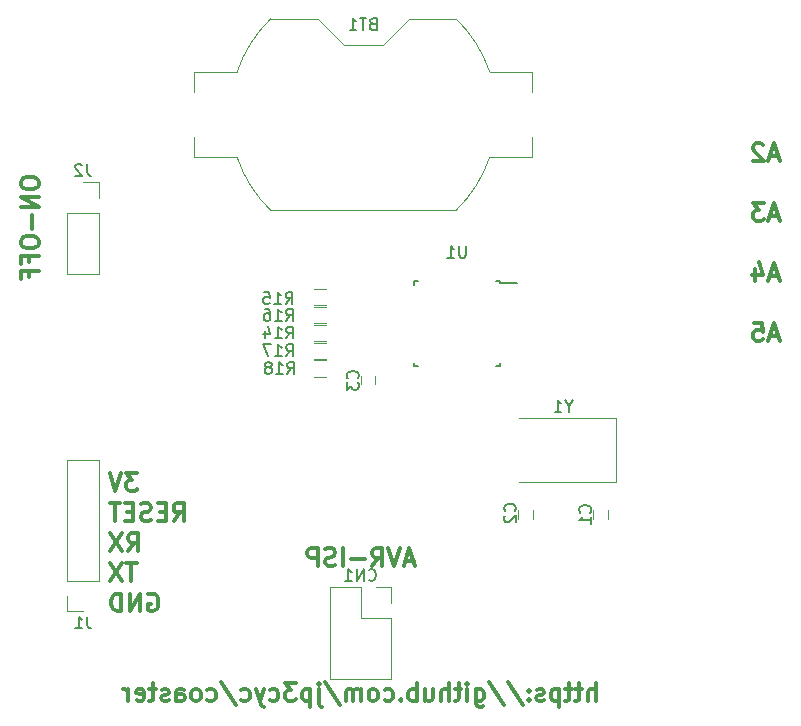
<source format=gbr>
G04 #@! TF.GenerationSoftware,KiCad,Pcbnew,(5.0.0)*
G04 #@! TF.CreationDate,2019-02-21T00:44:54+09:00*
G04 #@! TF.ProjectId,coaster,636F61737465722E6B696361645F7063,rev?*
G04 #@! TF.SameCoordinates,Original*
G04 #@! TF.FileFunction,Legend,Bot*
G04 #@! TF.FilePolarity,Positive*
%FSLAX46Y46*%
G04 Gerber Fmt 4.6, Leading zero omitted, Abs format (unit mm)*
G04 Created by KiCad (PCBNEW (5.0.0)) date 02/21/19 00:44:54*
%MOMM*%
%LPD*%
G01*
G04 APERTURE LIST*
%ADD10C,0.300000*%
%ADD11C,0.120000*%
%ADD12C,0.150000*%
G04 APERTURE END LIST*
D10*
X159440000Y-106295000D02*
X158725714Y-106295000D01*
X159582857Y-106723571D02*
X159082857Y-105223571D01*
X158582857Y-106723571D01*
X158297142Y-105223571D02*
X157797142Y-106723571D01*
X157297142Y-105223571D01*
X155940000Y-106723571D02*
X156440000Y-106009285D01*
X156797142Y-106723571D02*
X156797142Y-105223571D01*
X156225714Y-105223571D01*
X156082857Y-105295000D01*
X156011428Y-105366428D01*
X155940000Y-105509285D01*
X155940000Y-105723571D01*
X156011428Y-105866428D01*
X156082857Y-105937857D01*
X156225714Y-106009285D01*
X156797142Y-106009285D01*
X155297142Y-106152142D02*
X154154285Y-106152142D01*
X153440000Y-106723571D02*
X153440000Y-105223571D01*
X152797142Y-106652142D02*
X152582857Y-106723571D01*
X152225714Y-106723571D01*
X152082857Y-106652142D01*
X152011428Y-106580714D01*
X151940000Y-106437857D01*
X151940000Y-106295000D01*
X152011428Y-106152142D01*
X152082857Y-106080714D01*
X152225714Y-106009285D01*
X152511428Y-105937857D01*
X152654285Y-105866428D01*
X152725714Y-105795000D01*
X152797142Y-105652142D01*
X152797142Y-105509285D01*
X152725714Y-105366428D01*
X152654285Y-105295000D01*
X152511428Y-105223571D01*
X152154285Y-105223571D01*
X151940000Y-105295000D01*
X151297142Y-106723571D02*
X151297142Y-105223571D01*
X150725714Y-105223571D01*
X150582857Y-105295000D01*
X150511428Y-105366428D01*
X150440000Y-105509285D01*
X150440000Y-105723571D01*
X150511428Y-105866428D01*
X150582857Y-105937857D01*
X150725714Y-106009285D01*
X151297142Y-106009285D01*
X136045000Y-98853571D02*
X135116428Y-98853571D01*
X135616428Y-99425000D01*
X135402142Y-99425000D01*
X135259285Y-99496428D01*
X135187857Y-99567857D01*
X135116428Y-99710714D01*
X135116428Y-100067857D01*
X135187857Y-100210714D01*
X135259285Y-100282142D01*
X135402142Y-100353571D01*
X135830714Y-100353571D01*
X135973571Y-100282142D01*
X136045000Y-100210714D01*
X134687857Y-98853571D02*
X134187857Y-100353571D01*
X133687857Y-98853571D01*
X139116428Y-102903571D02*
X139616428Y-102189285D01*
X139973571Y-102903571D02*
X139973571Y-101403571D01*
X139402142Y-101403571D01*
X139259285Y-101475000D01*
X139187857Y-101546428D01*
X139116428Y-101689285D01*
X139116428Y-101903571D01*
X139187857Y-102046428D01*
X139259285Y-102117857D01*
X139402142Y-102189285D01*
X139973571Y-102189285D01*
X138473571Y-102117857D02*
X137973571Y-102117857D01*
X137759285Y-102903571D02*
X138473571Y-102903571D01*
X138473571Y-101403571D01*
X137759285Y-101403571D01*
X137187857Y-102832142D02*
X136973571Y-102903571D01*
X136616428Y-102903571D01*
X136473571Y-102832142D01*
X136402142Y-102760714D01*
X136330714Y-102617857D01*
X136330714Y-102475000D01*
X136402142Y-102332142D01*
X136473571Y-102260714D01*
X136616428Y-102189285D01*
X136902142Y-102117857D01*
X137045000Y-102046428D01*
X137116428Y-101975000D01*
X137187857Y-101832142D01*
X137187857Y-101689285D01*
X137116428Y-101546428D01*
X137045000Y-101475000D01*
X136902142Y-101403571D01*
X136545000Y-101403571D01*
X136330714Y-101475000D01*
X135687857Y-102117857D02*
X135187857Y-102117857D01*
X134973571Y-102903571D02*
X135687857Y-102903571D01*
X135687857Y-101403571D01*
X134973571Y-101403571D01*
X134545000Y-101403571D02*
X133687857Y-101403571D01*
X134116428Y-102903571D02*
X134116428Y-101403571D01*
X135259285Y-105453571D02*
X135759285Y-104739285D01*
X136116428Y-105453571D02*
X136116428Y-103953571D01*
X135545000Y-103953571D01*
X135402142Y-104025000D01*
X135330714Y-104096428D01*
X135259285Y-104239285D01*
X135259285Y-104453571D01*
X135330714Y-104596428D01*
X135402142Y-104667857D01*
X135545000Y-104739285D01*
X136116428Y-104739285D01*
X134759285Y-103953571D02*
X133759285Y-105453571D01*
X133759285Y-103953571D02*
X134759285Y-105453571D01*
X135973571Y-106503571D02*
X135116428Y-106503571D01*
X135545000Y-108003571D02*
X135545000Y-106503571D01*
X134759285Y-106503571D02*
X133759285Y-108003571D01*
X133759285Y-106503571D02*
X134759285Y-108003571D01*
X136973571Y-109125000D02*
X137116428Y-109053571D01*
X137330714Y-109053571D01*
X137545000Y-109125000D01*
X137687857Y-109267857D01*
X137759285Y-109410714D01*
X137830714Y-109696428D01*
X137830714Y-109910714D01*
X137759285Y-110196428D01*
X137687857Y-110339285D01*
X137545000Y-110482142D01*
X137330714Y-110553571D01*
X137187857Y-110553571D01*
X136973571Y-110482142D01*
X136902142Y-110410714D01*
X136902142Y-109910714D01*
X137187857Y-109910714D01*
X136259285Y-110553571D02*
X136259285Y-109053571D01*
X135402142Y-110553571D01*
X135402142Y-109053571D01*
X134687857Y-110553571D02*
X134687857Y-109053571D01*
X134330714Y-109053571D01*
X134116428Y-109125000D01*
X133973571Y-109267857D01*
X133902142Y-109410714D01*
X133830714Y-109696428D01*
X133830714Y-109910714D01*
X133902142Y-110196428D01*
X133973571Y-110339285D01*
X134116428Y-110482142D01*
X134330714Y-110553571D01*
X134687857Y-110553571D01*
X190301428Y-72005000D02*
X189587142Y-72005000D01*
X190444285Y-72433571D02*
X189944285Y-70933571D01*
X189444285Y-72433571D01*
X189015714Y-71076428D02*
X188944285Y-71005000D01*
X188801428Y-70933571D01*
X188444285Y-70933571D01*
X188301428Y-71005000D01*
X188230000Y-71076428D01*
X188158571Y-71219285D01*
X188158571Y-71362142D01*
X188230000Y-71576428D01*
X189087142Y-72433571D01*
X188158571Y-72433571D01*
X190301428Y-87245000D02*
X189587142Y-87245000D01*
X190444285Y-87673571D02*
X189944285Y-86173571D01*
X189444285Y-87673571D01*
X188230000Y-86173571D02*
X188944285Y-86173571D01*
X189015714Y-86887857D01*
X188944285Y-86816428D01*
X188801428Y-86745000D01*
X188444285Y-86745000D01*
X188301428Y-86816428D01*
X188230000Y-86887857D01*
X188158571Y-87030714D01*
X188158571Y-87387857D01*
X188230000Y-87530714D01*
X188301428Y-87602142D01*
X188444285Y-87673571D01*
X188801428Y-87673571D01*
X188944285Y-87602142D01*
X189015714Y-87530714D01*
X190301428Y-82165000D02*
X189587142Y-82165000D01*
X190444285Y-82593571D02*
X189944285Y-81093571D01*
X189444285Y-82593571D01*
X188301428Y-81593571D02*
X188301428Y-82593571D01*
X188658571Y-81022142D02*
X189015714Y-82093571D01*
X188087142Y-82093571D01*
X190301428Y-77085000D02*
X189587142Y-77085000D01*
X190444285Y-77513571D02*
X189944285Y-76013571D01*
X189444285Y-77513571D01*
X189087142Y-76013571D02*
X188158571Y-76013571D01*
X188658571Y-76585000D01*
X188444285Y-76585000D01*
X188301428Y-76656428D01*
X188230000Y-76727857D01*
X188158571Y-76870714D01*
X188158571Y-77227857D01*
X188230000Y-77370714D01*
X188301428Y-77442142D01*
X188444285Y-77513571D01*
X188872857Y-77513571D01*
X189015714Y-77442142D01*
X189087142Y-77370714D01*
X126178571Y-74176428D02*
X126178571Y-74462142D01*
X126250000Y-74605000D01*
X126392857Y-74747857D01*
X126678571Y-74819285D01*
X127178571Y-74819285D01*
X127464285Y-74747857D01*
X127607142Y-74605000D01*
X127678571Y-74462142D01*
X127678571Y-74176428D01*
X127607142Y-74033571D01*
X127464285Y-73890714D01*
X127178571Y-73819285D01*
X126678571Y-73819285D01*
X126392857Y-73890714D01*
X126250000Y-74033571D01*
X126178571Y-74176428D01*
X127678571Y-75462142D02*
X126178571Y-75462142D01*
X127678571Y-76319285D01*
X126178571Y-76319285D01*
X127107142Y-77033571D02*
X127107142Y-78176428D01*
X126178571Y-79176428D02*
X126178571Y-79462142D01*
X126250000Y-79605000D01*
X126392857Y-79747857D01*
X126678571Y-79819285D01*
X127178571Y-79819285D01*
X127464285Y-79747857D01*
X127607142Y-79605000D01*
X127678571Y-79462142D01*
X127678571Y-79176428D01*
X127607142Y-79033571D01*
X127464285Y-78890714D01*
X127178571Y-78819285D01*
X126678571Y-78819285D01*
X126392857Y-78890714D01*
X126250000Y-79033571D01*
X126178571Y-79176428D01*
X126892857Y-80962142D02*
X126892857Y-80462142D01*
X127678571Y-80462142D02*
X126178571Y-80462142D01*
X126178571Y-81176428D01*
X126892857Y-82247857D02*
X126892857Y-81747857D01*
X127678571Y-81747857D02*
X126178571Y-81747857D01*
X126178571Y-82462142D01*
X174832857Y-118153571D02*
X174832857Y-116653571D01*
X174190000Y-118153571D02*
X174190000Y-117367857D01*
X174261428Y-117225000D01*
X174404285Y-117153571D01*
X174618571Y-117153571D01*
X174761428Y-117225000D01*
X174832857Y-117296428D01*
X173690000Y-117153571D02*
X173118571Y-117153571D01*
X173475714Y-116653571D02*
X173475714Y-117939285D01*
X173404285Y-118082142D01*
X173261428Y-118153571D01*
X173118571Y-118153571D01*
X172832857Y-117153571D02*
X172261428Y-117153571D01*
X172618571Y-116653571D02*
X172618571Y-117939285D01*
X172547142Y-118082142D01*
X172404285Y-118153571D01*
X172261428Y-118153571D01*
X171761428Y-117153571D02*
X171761428Y-118653571D01*
X171761428Y-117225000D02*
X171618571Y-117153571D01*
X171332857Y-117153571D01*
X171190000Y-117225000D01*
X171118571Y-117296428D01*
X171047142Y-117439285D01*
X171047142Y-117867857D01*
X171118571Y-118010714D01*
X171190000Y-118082142D01*
X171332857Y-118153571D01*
X171618571Y-118153571D01*
X171761428Y-118082142D01*
X170475714Y-118082142D02*
X170332857Y-118153571D01*
X170047142Y-118153571D01*
X169904285Y-118082142D01*
X169832857Y-117939285D01*
X169832857Y-117867857D01*
X169904285Y-117725000D01*
X170047142Y-117653571D01*
X170261428Y-117653571D01*
X170404285Y-117582142D01*
X170475714Y-117439285D01*
X170475714Y-117367857D01*
X170404285Y-117225000D01*
X170261428Y-117153571D01*
X170047142Y-117153571D01*
X169904285Y-117225000D01*
X169190000Y-118010714D02*
X169118571Y-118082142D01*
X169190000Y-118153571D01*
X169261428Y-118082142D01*
X169190000Y-118010714D01*
X169190000Y-118153571D01*
X169190000Y-117225000D02*
X169118571Y-117296428D01*
X169190000Y-117367857D01*
X169261428Y-117296428D01*
X169190000Y-117225000D01*
X169190000Y-117367857D01*
X167404285Y-116582142D02*
X168690000Y-118510714D01*
X165832857Y-116582142D02*
X167118571Y-118510714D01*
X164690000Y-117153571D02*
X164690000Y-118367857D01*
X164761428Y-118510714D01*
X164832857Y-118582142D01*
X164975714Y-118653571D01*
X165190000Y-118653571D01*
X165332857Y-118582142D01*
X164690000Y-118082142D02*
X164832857Y-118153571D01*
X165118571Y-118153571D01*
X165261428Y-118082142D01*
X165332857Y-118010714D01*
X165404285Y-117867857D01*
X165404285Y-117439285D01*
X165332857Y-117296428D01*
X165261428Y-117225000D01*
X165118571Y-117153571D01*
X164832857Y-117153571D01*
X164690000Y-117225000D01*
X163975714Y-118153571D02*
X163975714Y-117153571D01*
X163975714Y-116653571D02*
X164047142Y-116725000D01*
X163975714Y-116796428D01*
X163904285Y-116725000D01*
X163975714Y-116653571D01*
X163975714Y-116796428D01*
X163475714Y-117153571D02*
X162904285Y-117153571D01*
X163261428Y-116653571D02*
X163261428Y-117939285D01*
X163190000Y-118082142D01*
X163047142Y-118153571D01*
X162904285Y-118153571D01*
X162404285Y-118153571D02*
X162404285Y-116653571D01*
X161761428Y-118153571D02*
X161761428Y-117367857D01*
X161832857Y-117225000D01*
X161975714Y-117153571D01*
X162190000Y-117153571D01*
X162332857Y-117225000D01*
X162404285Y-117296428D01*
X160404285Y-117153571D02*
X160404285Y-118153571D01*
X161047142Y-117153571D02*
X161047142Y-117939285D01*
X160975714Y-118082142D01*
X160832857Y-118153571D01*
X160618571Y-118153571D01*
X160475714Y-118082142D01*
X160404285Y-118010714D01*
X159690000Y-118153571D02*
X159690000Y-116653571D01*
X159690000Y-117225000D02*
X159547142Y-117153571D01*
X159261428Y-117153571D01*
X159118571Y-117225000D01*
X159047142Y-117296428D01*
X158975714Y-117439285D01*
X158975714Y-117867857D01*
X159047142Y-118010714D01*
X159118571Y-118082142D01*
X159261428Y-118153571D01*
X159547142Y-118153571D01*
X159690000Y-118082142D01*
X158332857Y-118010714D02*
X158261428Y-118082142D01*
X158332857Y-118153571D01*
X158404285Y-118082142D01*
X158332857Y-118010714D01*
X158332857Y-118153571D01*
X156975714Y-118082142D02*
X157118571Y-118153571D01*
X157404285Y-118153571D01*
X157547142Y-118082142D01*
X157618571Y-118010714D01*
X157690000Y-117867857D01*
X157690000Y-117439285D01*
X157618571Y-117296428D01*
X157547142Y-117225000D01*
X157404285Y-117153571D01*
X157118571Y-117153571D01*
X156975714Y-117225000D01*
X156118571Y-118153571D02*
X156261428Y-118082142D01*
X156332857Y-118010714D01*
X156404285Y-117867857D01*
X156404285Y-117439285D01*
X156332857Y-117296428D01*
X156261428Y-117225000D01*
X156118571Y-117153571D01*
X155904285Y-117153571D01*
X155761428Y-117225000D01*
X155690000Y-117296428D01*
X155618571Y-117439285D01*
X155618571Y-117867857D01*
X155690000Y-118010714D01*
X155761428Y-118082142D01*
X155904285Y-118153571D01*
X156118571Y-118153571D01*
X154975714Y-118153571D02*
X154975714Y-117153571D01*
X154975714Y-117296428D02*
X154904285Y-117225000D01*
X154761428Y-117153571D01*
X154547142Y-117153571D01*
X154404285Y-117225000D01*
X154332857Y-117367857D01*
X154332857Y-118153571D01*
X154332857Y-117367857D02*
X154261428Y-117225000D01*
X154118571Y-117153571D01*
X153904285Y-117153571D01*
X153761428Y-117225000D01*
X153690000Y-117367857D01*
X153690000Y-118153571D01*
X151904285Y-116582142D02*
X153190000Y-118510714D01*
X151404285Y-117153571D02*
X151404285Y-118439285D01*
X151475714Y-118582142D01*
X151618571Y-118653571D01*
X151690000Y-118653571D01*
X151404285Y-116653571D02*
X151475714Y-116725000D01*
X151404285Y-116796428D01*
X151332857Y-116725000D01*
X151404285Y-116653571D01*
X151404285Y-116796428D01*
X150690000Y-117153571D02*
X150690000Y-118653571D01*
X150690000Y-117225000D02*
X150547142Y-117153571D01*
X150261428Y-117153571D01*
X150118571Y-117225000D01*
X150047142Y-117296428D01*
X149975714Y-117439285D01*
X149975714Y-117867857D01*
X150047142Y-118010714D01*
X150118571Y-118082142D01*
X150261428Y-118153571D01*
X150547142Y-118153571D01*
X150690000Y-118082142D01*
X149475714Y-116653571D02*
X148547142Y-116653571D01*
X149047142Y-117225000D01*
X148832857Y-117225000D01*
X148690000Y-117296428D01*
X148618571Y-117367857D01*
X148547142Y-117510714D01*
X148547142Y-117867857D01*
X148618571Y-118010714D01*
X148690000Y-118082142D01*
X148832857Y-118153571D01*
X149261428Y-118153571D01*
X149404285Y-118082142D01*
X149475714Y-118010714D01*
X147261428Y-118082142D02*
X147404285Y-118153571D01*
X147690000Y-118153571D01*
X147832857Y-118082142D01*
X147904285Y-118010714D01*
X147975714Y-117867857D01*
X147975714Y-117439285D01*
X147904285Y-117296428D01*
X147832857Y-117225000D01*
X147690000Y-117153571D01*
X147404285Y-117153571D01*
X147261428Y-117225000D01*
X146761428Y-117153571D02*
X146404285Y-118153571D01*
X146047142Y-117153571D02*
X146404285Y-118153571D01*
X146547142Y-118510714D01*
X146618571Y-118582142D01*
X146761428Y-118653571D01*
X144832857Y-118082142D02*
X144975714Y-118153571D01*
X145261428Y-118153571D01*
X145404285Y-118082142D01*
X145475714Y-118010714D01*
X145547142Y-117867857D01*
X145547142Y-117439285D01*
X145475714Y-117296428D01*
X145404285Y-117225000D01*
X145261428Y-117153571D01*
X144975714Y-117153571D01*
X144832857Y-117225000D01*
X143118571Y-116582142D02*
X144404285Y-118510714D01*
X141975714Y-118082142D02*
X142118571Y-118153571D01*
X142404285Y-118153571D01*
X142547142Y-118082142D01*
X142618571Y-118010714D01*
X142690000Y-117867857D01*
X142690000Y-117439285D01*
X142618571Y-117296428D01*
X142547142Y-117225000D01*
X142404285Y-117153571D01*
X142118571Y-117153571D01*
X141975714Y-117225000D01*
X141118571Y-118153571D02*
X141261428Y-118082142D01*
X141332857Y-118010714D01*
X141404285Y-117867857D01*
X141404285Y-117439285D01*
X141332857Y-117296428D01*
X141261428Y-117225000D01*
X141118571Y-117153571D01*
X140904285Y-117153571D01*
X140761428Y-117225000D01*
X140690000Y-117296428D01*
X140618571Y-117439285D01*
X140618571Y-117867857D01*
X140690000Y-118010714D01*
X140761428Y-118082142D01*
X140904285Y-118153571D01*
X141118571Y-118153571D01*
X139332857Y-118153571D02*
X139332857Y-117367857D01*
X139404285Y-117225000D01*
X139547142Y-117153571D01*
X139832857Y-117153571D01*
X139975714Y-117225000D01*
X139332857Y-118082142D02*
X139475714Y-118153571D01*
X139832857Y-118153571D01*
X139975714Y-118082142D01*
X140047142Y-117939285D01*
X140047142Y-117796428D01*
X139975714Y-117653571D01*
X139832857Y-117582142D01*
X139475714Y-117582142D01*
X139332857Y-117510714D01*
X138690000Y-118082142D02*
X138547142Y-118153571D01*
X138261428Y-118153571D01*
X138118571Y-118082142D01*
X138047142Y-117939285D01*
X138047142Y-117867857D01*
X138118571Y-117725000D01*
X138261428Y-117653571D01*
X138475714Y-117653571D01*
X138618571Y-117582142D01*
X138690000Y-117439285D01*
X138690000Y-117367857D01*
X138618571Y-117225000D01*
X138475714Y-117153571D01*
X138261428Y-117153571D01*
X138118571Y-117225000D01*
X137618571Y-117153571D02*
X137047142Y-117153571D01*
X137404285Y-116653571D02*
X137404285Y-117939285D01*
X137332857Y-118082142D01*
X137190000Y-118153571D01*
X137047142Y-118153571D01*
X135975714Y-118082142D02*
X136118571Y-118153571D01*
X136404285Y-118153571D01*
X136547142Y-118082142D01*
X136618571Y-117939285D01*
X136618571Y-117367857D01*
X136547142Y-117225000D01*
X136404285Y-117153571D01*
X136118571Y-117153571D01*
X135975714Y-117225000D01*
X135904285Y-117367857D01*
X135904285Y-117510714D01*
X136618571Y-117653571D01*
X135261428Y-118153571D02*
X135261428Y-117153571D01*
X135261428Y-117439285D02*
X135190000Y-117296428D01*
X135118571Y-117225000D01*
X134975714Y-117153571D01*
X134832857Y-117153571D01*
D11*
G04 #@! TO.C,J2*
X132775000Y-74235000D02*
X131445000Y-74235000D01*
X132775000Y-75565000D02*
X132775000Y-74235000D01*
X130115000Y-76835000D02*
X132775000Y-76835000D01*
X130115000Y-81975000D02*
X130115000Y-76835000D01*
X132775000Y-81975000D02*
X130115000Y-81975000D01*
X132775000Y-76835000D02*
X132775000Y-81975000D01*
G04 #@! TO.C,R18*
X151000000Y-90680000D02*
X152000000Y-90680000D01*
X152000000Y-89320000D02*
X151000000Y-89320000D01*
G04 #@! TO.C,BT1*
X147334630Y-60388211D02*
G75*
G03X144488000Y-64890000I7845370J-8111789D01*
G01*
X163025370Y-76611789D02*
G75*
G03X165872000Y-72110000I-7845370J8111789D01*
G01*
X163025370Y-60388211D02*
G75*
G02X165872000Y-64890000I-7845370J-8111789D01*
G01*
X147334630Y-76611789D02*
G75*
G02X144488000Y-72110000I7845370J8111789D01*
G01*
X140870000Y-66600000D02*
X140870000Y-64890000D01*
X144488000Y-64890000D02*
X140870000Y-64890000D01*
X151320000Y-60390000D02*
X147332700Y-60390000D01*
X153520000Y-62590000D02*
X151320000Y-60390000D01*
X156840000Y-62590000D02*
X153520000Y-62590000D01*
X156840000Y-62590000D02*
X159040000Y-60390000D01*
X163027300Y-60390000D02*
X159040000Y-60390000D01*
X169490000Y-66600000D02*
X169490000Y-64890000D01*
X169490000Y-64890000D02*
X165872000Y-64890000D01*
X165872000Y-72110000D02*
X169490000Y-72110000D01*
X169490000Y-70400000D02*
X169490000Y-72110000D01*
X147332700Y-76610000D02*
X163027300Y-76610000D01*
X140870000Y-70400000D02*
X140870000Y-72110000D01*
X140870000Y-72110000D02*
X144488000Y-72110000D01*
G04 #@! TO.C,C1*
X175860000Y-102712000D02*
X175860000Y-102012000D01*
X174660000Y-102012000D02*
X174660000Y-102712000D01*
G04 #@! TO.C,C2*
X168310000Y-102012000D02*
X168310000Y-102712000D01*
X169510000Y-102712000D02*
X169510000Y-102012000D01*
G04 #@! TO.C,C3*
X154975000Y-90643000D02*
X154975000Y-91343000D01*
X156175000Y-91343000D02*
X156175000Y-90643000D01*
G04 #@! TO.C,CN1*
X157540000Y-111125000D02*
X157540000Y-116265000D01*
X157540000Y-116265000D02*
X152340000Y-116265000D01*
X152340000Y-116265000D02*
X152340000Y-108525000D01*
X152340000Y-108525000D02*
X154940000Y-108525000D01*
X154940000Y-108525000D02*
X154940000Y-111125000D01*
X154940000Y-111125000D02*
X157540000Y-111125000D01*
X157540000Y-109855000D02*
X157540000Y-108525000D01*
X157540000Y-108525000D02*
X156210000Y-108525000D01*
G04 #@! TO.C,J1*
X130115000Y-107950000D02*
X130115000Y-97730000D01*
X130115000Y-97730000D02*
X132775000Y-97730000D01*
X132775000Y-97730000D02*
X132775000Y-107950000D01*
X132775000Y-107950000D02*
X130115000Y-107950000D01*
X130115000Y-109220000D02*
X130115000Y-110550000D01*
X130115000Y-110550000D02*
X131445000Y-110550000D01*
G04 #@! TO.C,R14*
X152000000Y-86320000D02*
X151000000Y-86320000D01*
X151000000Y-87680000D02*
X152000000Y-87680000D01*
G04 #@! TO.C,R15*
X152011000Y-83267000D02*
X151011000Y-83267000D01*
X151011000Y-84627000D02*
X152011000Y-84627000D01*
G04 #@! TO.C,R16*
X152000000Y-84820000D02*
X151000000Y-84820000D01*
X151000000Y-86180000D02*
X152000000Y-86180000D01*
D12*
G04 #@! TO.C,U1*
X166725000Y-82575000D02*
X166725000Y-82800000D01*
X159475000Y-82575000D02*
X159475000Y-82900000D01*
X159475000Y-89825000D02*
X159475000Y-89500000D01*
X166725000Y-89825000D02*
X166725000Y-89500000D01*
X166725000Y-82575000D02*
X166400000Y-82575000D01*
X166725000Y-89825000D02*
X166400000Y-89825000D01*
X159475000Y-89825000D02*
X159800000Y-89825000D01*
X159475000Y-82575000D02*
X159800000Y-82575000D01*
X166725000Y-82800000D02*
X168150000Y-82800000D01*
D11*
G04 #@! TO.C,Y1*
X168385000Y-94201000D02*
X176535000Y-94201000D01*
X176535000Y-94201000D02*
X176535000Y-99601000D01*
X176535000Y-99601000D02*
X168385000Y-99601000D01*
G04 #@! TO.C,R17*
X151000000Y-89180000D02*
X152000000Y-89180000D01*
X152000000Y-87820000D02*
X151000000Y-87820000D01*
G04 #@! TO.C,J2*
D12*
X131778333Y-72687380D02*
X131778333Y-73401666D01*
X131825952Y-73544523D01*
X131921190Y-73639761D01*
X132064047Y-73687380D01*
X132159285Y-73687380D01*
X131349761Y-72782619D02*
X131302142Y-72735000D01*
X131206904Y-72687380D01*
X130968809Y-72687380D01*
X130873571Y-72735000D01*
X130825952Y-72782619D01*
X130778333Y-72877857D01*
X130778333Y-72973095D01*
X130825952Y-73115952D01*
X131397380Y-73687380D01*
X130778333Y-73687380D01*
G04 #@! TO.C,R18*
X148742857Y-90452380D02*
X149076190Y-89976190D01*
X149314285Y-90452380D02*
X149314285Y-89452380D01*
X148933333Y-89452380D01*
X148838095Y-89500000D01*
X148790476Y-89547619D01*
X148742857Y-89642857D01*
X148742857Y-89785714D01*
X148790476Y-89880952D01*
X148838095Y-89928571D01*
X148933333Y-89976190D01*
X149314285Y-89976190D01*
X147790476Y-90452380D02*
X148361904Y-90452380D01*
X148076190Y-90452380D02*
X148076190Y-89452380D01*
X148171428Y-89595238D01*
X148266666Y-89690476D01*
X148361904Y-89738095D01*
X147219047Y-89880952D02*
X147314285Y-89833333D01*
X147361904Y-89785714D01*
X147409523Y-89690476D01*
X147409523Y-89642857D01*
X147361904Y-89547619D01*
X147314285Y-89500000D01*
X147219047Y-89452380D01*
X147028571Y-89452380D01*
X146933333Y-89500000D01*
X146885714Y-89547619D01*
X146838095Y-89642857D01*
X146838095Y-89690476D01*
X146885714Y-89785714D01*
X146933333Y-89833333D01*
X147028571Y-89880952D01*
X147219047Y-89880952D01*
X147314285Y-89928571D01*
X147361904Y-89976190D01*
X147409523Y-90071428D01*
X147409523Y-90261904D01*
X147361904Y-90357142D01*
X147314285Y-90404761D01*
X147219047Y-90452380D01*
X147028571Y-90452380D01*
X146933333Y-90404761D01*
X146885714Y-90357142D01*
X146838095Y-90261904D01*
X146838095Y-90071428D01*
X146885714Y-89976190D01*
X146933333Y-89928571D01*
X147028571Y-89880952D01*
G04 #@! TO.C,BT1*
X155965714Y-60808571D02*
X155822857Y-60856190D01*
X155775238Y-60903809D01*
X155727619Y-60999047D01*
X155727619Y-61141904D01*
X155775238Y-61237142D01*
X155822857Y-61284761D01*
X155918095Y-61332380D01*
X156299047Y-61332380D01*
X156299047Y-60332380D01*
X155965714Y-60332380D01*
X155870476Y-60380000D01*
X155822857Y-60427619D01*
X155775238Y-60522857D01*
X155775238Y-60618095D01*
X155822857Y-60713333D01*
X155870476Y-60760952D01*
X155965714Y-60808571D01*
X156299047Y-60808571D01*
X155441904Y-60332380D02*
X154870476Y-60332380D01*
X155156190Y-61332380D02*
X155156190Y-60332380D01*
X154013333Y-61332380D02*
X154584761Y-61332380D01*
X154299047Y-61332380D02*
X154299047Y-60332380D01*
X154394285Y-60475238D01*
X154489523Y-60570476D01*
X154584761Y-60618095D01*
G04 #@! TO.C,C1*
X174367142Y-102195333D02*
X174414761Y-102147714D01*
X174462380Y-102004857D01*
X174462380Y-101909619D01*
X174414761Y-101766761D01*
X174319523Y-101671523D01*
X174224285Y-101623904D01*
X174033809Y-101576285D01*
X173890952Y-101576285D01*
X173700476Y-101623904D01*
X173605238Y-101671523D01*
X173510000Y-101766761D01*
X173462380Y-101909619D01*
X173462380Y-102004857D01*
X173510000Y-102147714D01*
X173557619Y-102195333D01*
X174462380Y-103147714D02*
X174462380Y-102576285D01*
X174462380Y-102862000D02*
X173462380Y-102862000D01*
X173605238Y-102766761D01*
X173700476Y-102671523D01*
X173748095Y-102576285D01*
G04 #@! TO.C,C2*
X167997142Y-102068333D02*
X168044761Y-102020714D01*
X168092380Y-101877857D01*
X168092380Y-101782619D01*
X168044761Y-101639761D01*
X167949523Y-101544523D01*
X167854285Y-101496904D01*
X167663809Y-101449285D01*
X167520952Y-101449285D01*
X167330476Y-101496904D01*
X167235238Y-101544523D01*
X167140000Y-101639761D01*
X167092380Y-101782619D01*
X167092380Y-101877857D01*
X167140000Y-102020714D01*
X167187619Y-102068333D01*
X167187619Y-102449285D02*
X167140000Y-102496904D01*
X167092380Y-102592142D01*
X167092380Y-102830238D01*
X167140000Y-102925476D01*
X167187619Y-102973095D01*
X167282857Y-103020714D01*
X167378095Y-103020714D01*
X167520952Y-102973095D01*
X168092380Y-102401666D01*
X168092380Y-103020714D01*
G04 #@! TO.C,C3*
X154682142Y-90826333D02*
X154729761Y-90778714D01*
X154777380Y-90635857D01*
X154777380Y-90540619D01*
X154729761Y-90397761D01*
X154634523Y-90302523D01*
X154539285Y-90254904D01*
X154348809Y-90207285D01*
X154205952Y-90207285D01*
X154015476Y-90254904D01*
X153920238Y-90302523D01*
X153825000Y-90397761D01*
X153777380Y-90540619D01*
X153777380Y-90635857D01*
X153825000Y-90778714D01*
X153872619Y-90826333D01*
X153777380Y-91159666D02*
X153777380Y-91778714D01*
X154158333Y-91445380D01*
X154158333Y-91588238D01*
X154205952Y-91683476D01*
X154253571Y-91731095D01*
X154348809Y-91778714D01*
X154586904Y-91778714D01*
X154682142Y-91731095D01*
X154729761Y-91683476D01*
X154777380Y-91588238D01*
X154777380Y-91302523D01*
X154729761Y-91207285D01*
X154682142Y-91159666D01*
G04 #@! TO.C,CN1*
X155630476Y-107882142D02*
X155678095Y-107929761D01*
X155820952Y-107977380D01*
X155916190Y-107977380D01*
X156059047Y-107929761D01*
X156154285Y-107834523D01*
X156201904Y-107739285D01*
X156249523Y-107548809D01*
X156249523Y-107405952D01*
X156201904Y-107215476D01*
X156154285Y-107120238D01*
X156059047Y-107025000D01*
X155916190Y-106977380D01*
X155820952Y-106977380D01*
X155678095Y-107025000D01*
X155630476Y-107072619D01*
X155201904Y-107977380D02*
X155201904Y-106977380D01*
X154630476Y-107977380D01*
X154630476Y-106977380D01*
X153630476Y-107977380D02*
X154201904Y-107977380D01*
X153916190Y-107977380D02*
X153916190Y-106977380D01*
X154011428Y-107120238D01*
X154106666Y-107215476D01*
X154201904Y-107263095D01*
G04 #@! TO.C,J1*
X131778333Y-111002380D02*
X131778333Y-111716666D01*
X131825952Y-111859523D01*
X131921190Y-111954761D01*
X132064047Y-112002380D01*
X132159285Y-112002380D01*
X130778333Y-112002380D02*
X131349761Y-112002380D01*
X131064047Y-112002380D02*
X131064047Y-111002380D01*
X131159285Y-111145238D01*
X131254523Y-111240476D01*
X131349761Y-111288095D01*
G04 #@! TO.C,R14*
X148642857Y-87452380D02*
X148976190Y-86976190D01*
X149214285Y-87452380D02*
X149214285Y-86452380D01*
X148833333Y-86452380D01*
X148738095Y-86500000D01*
X148690476Y-86547619D01*
X148642857Y-86642857D01*
X148642857Y-86785714D01*
X148690476Y-86880952D01*
X148738095Y-86928571D01*
X148833333Y-86976190D01*
X149214285Y-86976190D01*
X147690476Y-87452380D02*
X148261904Y-87452380D01*
X147976190Y-87452380D02*
X147976190Y-86452380D01*
X148071428Y-86595238D01*
X148166666Y-86690476D01*
X148261904Y-86738095D01*
X146833333Y-86785714D02*
X146833333Y-87452380D01*
X147071428Y-86404761D02*
X147309523Y-87119047D01*
X146690476Y-87119047D01*
G04 #@! TO.C,R15*
X148597857Y-84526380D02*
X148931190Y-84050190D01*
X149169285Y-84526380D02*
X149169285Y-83526380D01*
X148788333Y-83526380D01*
X148693095Y-83574000D01*
X148645476Y-83621619D01*
X148597857Y-83716857D01*
X148597857Y-83859714D01*
X148645476Y-83954952D01*
X148693095Y-84002571D01*
X148788333Y-84050190D01*
X149169285Y-84050190D01*
X147645476Y-84526380D02*
X148216904Y-84526380D01*
X147931190Y-84526380D02*
X147931190Y-83526380D01*
X148026428Y-83669238D01*
X148121666Y-83764476D01*
X148216904Y-83812095D01*
X146740714Y-83526380D02*
X147216904Y-83526380D01*
X147264523Y-84002571D01*
X147216904Y-83954952D01*
X147121666Y-83907333D01*
X146883571Y-83907333D01*
X146788333Y-83954952D01*
X146740714Y-84002571D01*
X146693095Y-84097809D01*
X146693095Y-84335904D01*
X146740714Y-84431142D01*
X146788333Y-84478761D01*
X146883571Y-84526380D01*
X147121666Y-84526380D01*
X147216904Y-84478761D01*
X147264523Y-84431142D01*
G04 #@! TO.C,R16*
X148642857Y-85952380D02*
X148976190Y-85476190D01*
X149214285Y-85952380D02*
X149214285Y-84952380D01*
X148833333Y-84952380D01*
X148738095Y-85000000D01*
X148690476Y-85047619D01*
X148642857Y-85142857D01*
X148642857Y-85285714D01*
X148690476Y-85380952D01*
X148738095Y-85428571D01*
X148833333Y-85476190D01*
X149214285Y-85476190D01*
X147690476Y-85952380D02*
X148261904Y-85952380D01*
X147976190Y-85952380D02*
X147976190Y-84952380D01*
X148071428Y-85095238D01*
X148166666Y-85190476D01*
X148261904Y-85238095D01*
X146833333Y-84952380D02*
X147023809Y-84952380D01*
X147119047Y-85000000D01*
X147166666Y-85047619D01*
X147261904Y-85190476D01*
X147309523Y-85380952D01*
X147309523Y-85761904D01*
X147261904Y-85857142D01*
X147214285Y-85904761D01*
X147119047Y-85952380D01*
X146928571Y-85952380D01*
X146833333Y-85904761D01*
X146785714Y-85857142D01*
X146738095Y-85761904D01*
X146738095Y-85523809D01*
X146785714Y-85428571D01*
X146833333Y-85380952D01*
X146928571Y-85333333D01*
X147119047Y-85333333D01*
X147214285Y-85380952D01*
X147261904Y-85428571D01*
X147309523Y-85523809D01*
G04 #@! TO.C,U1*
X163861904Y-79602380D02*
X163861904Y-80411904D01*
X163814285Y-80507142D01*
X163766666Y-80554761D01*
X163671428Y-80602380D01*
X163480952Y-80602380D01*
X163385714Y-80554761D01*
X163338095Y-80507142D01*
X163290476Y-80411904D01*
X163290476Y-79602380D01*
X162290476Y-80602380D02*
X162861904Y-80602380D01*
X162576190Y-80602380D02*
X162576190Y-79602380D01*
X162671428Y-79745238D01*
X162766666Y-79840476D01*
X162861904Y-79888095D01*
G04 #@! TO.C,Y1*
X172561190Y-93177190D02*
X172561190Y-93653380D01*
X172894523Y-92653380D02*
X172561190Y-93177190D01*
X172227857Y-92653380D01*
X171370714Y-93653380D02*
X171942142Y-93653380D01*
X171656428Y-93653380D02*
X171656428Y-92653380D01*
X171751666Y-92796238D01*
X171846904Y-92891476D01*
X171942142Y-92939095D01*
G04 #@! TO.C,R17*
X148642857Y-88952380D02*
X148976190Y-88476190D01*
X149214285Y-88952380D02*
X149214285Y-87952380D01*
X148833333Y-87952380D01*
X148738095Y-88000000D01*
X148690476Y-88047619D01*
X148642857Y-88142857D01*
X148642857Y-88285714D01*
X148690476Y-88380952D01*
X148738095Y-88428571D01*
X148833333Y-88476190D01*
X149214285Y-88476190D01*
X147690476Y-88952380D02*
X148261904Y-88952380D01*
X147976190Y-88952380D02*
X147976190Y-87952380D01*
X148071428Y-88095238D01*
X148166666Y-88190476D01*
X148261904Y-88238095D01*
X147357142Y-87952380D02*
X146690476Y-87952380D01*
X147119047Y-88952380D01*
G04 #@! TD*
M02*

</source>
